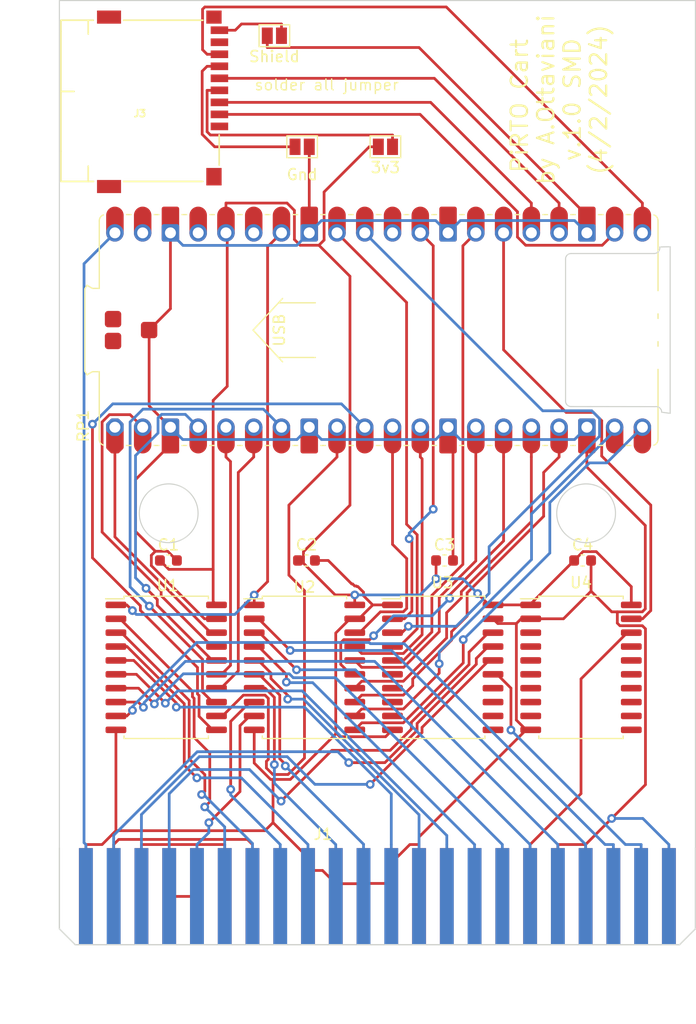
<source format=kicad_pcb>
(kicad_pcb (version 20221018) (generator pcbnew)
  (layers (0 "F.Cu" signal) (31 "B.Cu" signal) (34 "B.Paste" user) (35 "F.Paste" user) (36 "B.SilkS" user "B.Silkscreen") (37 "F.SilkS" user "F.Silkscreen") (38 "B.Mask" user) (39 "F.Mask" user) (44 "Edge.Cuts" user))
  (net 0 "")
  (net 1 "+5V")
  (net 2 "GND")
  (net 3 "~{msync'}")
  (net 4 "d7'")
  (net 6 "d8'")
  (net 7 "d6'")
  (net 8 "~{MSYNC}")
  (net 9 "d9'")
  (net 10 "d5'")
  (net 12 "d10'")
  (net 14 "d4'")
  (net 16 "d11'")
  (net 17 "d3'")
  (net 18 "d12'")
  (net 19 "d13'")
  (net 20 "d2'")
  (net 21 "d14'")
  (net 23 "d1'")
  (net 25 "d0'")
  (net 27 "d15'")
  (net 28 "Net-(J1-Pin_32)")
  (net 29 "bdir'")
  (net 30 "bc2'")
  (net 31 "bc1'")
  (net 32 "DIR")
  (net 33 "D7")
  (net 34 "D6")
  (net 35 "D5")
  (net 36 "D4")
  (net 37 "D3")
  (net 38 "D2")
  (net 39 "D1")
  (net 40 "D0")
  (net 41 "D15")
  (net 42 "Net-(J1-Pin_34)")
  (net 43 "D14")
  (net 44 "Net-(J1-Pin_36)")
  (net 45 "D13")
  (net 46 "D12")
  (net 47 "D11")
  (net 48 "D10")
  (net 49 "D9")
  (net 50 "D8")
  (net 51 "BDIR")
  (net 52 "BC1")
  (net 53 "BC2")
  (net 54 "+3.3V")
  (net 55 "rst'")
  (net 56 "RST")
  (net 65 "unconnected-(RP1-RUN-Pad30)")
  (net 66 "unconnected-(RP1-ADC_VREF-Pad35)")
  (net 67 "unconnected-(RP1-3v3_EN-Pad37)")
  (net 68 "unconnected-(RP1-VSYS-Pad39)")
  (net 71 "CS")
  (net 72 "SCK")
  (net 73 "MOSI")
  (net 74 "MISO")
  (net 91 "Net-(J3-VDD)")
  (net 92 "Net-(J3-VSS)")
  (net 93 "Net-(J3-SHIELD)")
  (footprint "Library:J_SD_Card-micro_socket_A" (layer "F.Cu") (at 96.52 114.3 90)
    (fp_text reference "J3")
    (fp_text value "Micro_SD_Card" hide)
  )
  (footprint "Jumper:SolderJumper-2_P1.3mm_Open_Pad1.0x1.5mm" (layer "F.Cu") (at 118.73 119.38)
    (fp_text reference "JP1")
    (fp_text value "3v3")
  )
  (footprint "Raspberry:Raspberry_Pi_PicoW_SMT_THT" (layer "F.Cu") (at 118.02 136.154 90)
    (fp_text reference "RP1")
    (fp_text value "PicoWModule" hide)
    (fp_line (start -7 25.39) (end -6.99 17.69) (stroke (width 0.1)) (layer "Edge.Cuts"))
    (fp_line (start -6.49 17.19) (end 6.51 17.19) (stroke (width 0.1)) (layer "Edge.Cuts"))
    (fp_line (start 7.01 17.69) (end 7.01 25.3) (stroke (width 0.1)) (layer "Edge.Cuts"))
    (fp_arc (start -7 25.39) (mid -7.116269 25.807922) (end -7.51 25.99) (stroke (width 0.1)) (layer "Edge.Cuts"))
    (fp_arc (start -6.99 17.69) (mid -6.843553 17.336447) (end -6.49 17.19) (stroke (width 0.1)) (layer "Edge.Cuts"))
    (fp_arc (start 6.51 17.19) (mid 6.863553 17.336447) (end 7.01 17.69) (stroke (width 0.1)) (layer "Edge.Cuts"))
    (fp_arc (start 7.61 25.81) (mid 7.192078 25.693732) (end 7.01 25.3) (stroke (width 0.1)) (layer "Edge.Cuts"))
  )
  (footprint "Capacitor_SMD:C_0603_1608Metric" (layer "F.Cu") (at 136.7693 157.226)
    (fp_text reference "C4")
    (fp_text value "0.1 uf" hide)
  )
  (footprint "Capacitor_SMD:C_0603_1608Metric" (layer "F.Cu") (at 111.506 157.226)
    (fp_text reference "C2")
    (fp_text value "0.1uf" hide)
  )
  (footprint "Jumper:SolderJumper-2_P1.3mm_Open_Pad1.0x1.5mm" (layer "F.Cu") (at 111.11 119.38 180)
    (fp_text reference "JP2")
    (fp_text value "Gnd")
  )
  (footprint "Capacitor_SMD:C_0603_1608Metric" (layer "F.Cu") (at 124.1376 157.226)
    (fp_text reference "C3")
    (fp_text value "0.1 uf" hide)
  )
  (footprint "Package_SO:SOP-20_7.5x12.8mm_P1.27mm" (layer "F.Cu") (at 123.974 167.005)
    (fp_text reference "U3")
    (fp_text value "74LVC245" hide)
  )
  (footprint "Package_SO:SOP-20_7.5x12.8mm_P1.27mm" (layer "F.Cu") (at 111.324 167.005)
    (fp_text reference "U2")
    (fp_text value "74LVC245" hide)
  )
  (footprint "Package_SO:SOP-20_7.5x12.8mm_P1.27mm" (layer "F.Cu") (at 98.674 167.005)
    (fp_text reference "U1")
    (fp_text value "74LVC245" hide)
  )
  (footprint "Capacitor_SMD:C_0603_1608Metric" (layer "F.Cu") (at 98.8743 157.226)
    (fp_text reference "C1")
    (fp_text value "0.1uf" hide)
  )
  (footprint "Package_SO:SOP-20_7.5x12.8mm_P1.27mm" (layer "F.Cu") (at 136.624 167.005)
    (fp_text reference "U4")
    (fp_text value "74LVC245" hide)
  )
  (footprint "Evan's misc parts:edge mounted 44 pin card edge connector (2x22 pin)" (layer "F.Cu") (at 88.9 183.54)
    (fp_text reference "J1")
    (fp_text value "2x22 card edge connector")
    (fp_line (start 0 7.39) (end 0 0) (stroke (width 0.12)) (layer "Edge.Cuts"))
    (fp_line (start 0 7.39) (end 1.45 8.84) (stroke (width 0.12)) (layer "Edge.Cuts"))
    (fp_line (start 56.7414 8.84) (end 1.45 8.84) (stroke (width 0.12)) (layer "Edge.Cuts"))
    (fp_line (start 58.1914 7.39) (end 56.7414 8.84) (stroke (width 0.12)) (layer "Edge.Cuts"))
    (fp_line (start 58.1914 7.39) (end 58.1914 0) (stroke (width 0.12)) (layer "Edge.Cuts"))
  )
  (footprint "Jumper:SolderJumper-2_P1.3mm_Open_Pad1.0x1.5mm" (layer "F.Cu") (at 108.57 109.22)
    (fp_text reference "JP3")
    (fp_text value "Shield")
  )
  (gr_line (start 147.0914 183.54) (end 147.0914 106) (stroke (width 0.1)) (layer "Edge.Cuts"))
  (gr_circle (center 98.9 152.908) (end 101.5883 152.908) (stroke (width 0.1)) (fill none) (layer "Edge.Cuts"))
  (gr_line (start 88.9 106) (end 88.9 183.54) (stroke (width 0.1)) (layer "Edge.Cuts"))
  (gr_line (start 144.78 128.524) (end 143.83 128.544) (stroke (width 0.1)) (layer "Edge.Cuts"))
  (gr_circle (center 137.0914 152.908) (end 139.7797 152.908) (stroke (width 0.1)) (fill none) (layer "Edge.Cuts"))
  (gr_line (start 144.78 143.764) (end 144.78 128.524) (stroke (width 0.1)) (layer "Edge.Cuts"))
  (gr_line (start 147.0914 106) (end 88.9 106) (stroke (width 0.1)) (layer "Edge.Cuts"))
  (gr_line (start 144.78 143.764) (end 144.01 143.664) (stroke (width 0.1)) (layer "Edge.Cuts"))
  (gr_text "solder all jumper" (at 106.68 114.3) (layer "F.SilkS") (effects (font (size 1 1) (thickness 0.125)) (justify left bottom)))
  (gr_text "PiRTO Cart \nby A.Ottaviani\nv.1.0 SMD\n(4/2/2024)" (at 134.62 115.062 90) (layer "F.SilkS") (effects (font (size 1.5 1.5) (thickness 0.2))))
  (segment (start 93.98 125.654) (end 93.98 127.254) (width 0.25) (layer "F.Cu") (net 1))
  (segment (start 91.1553 130.0787) (end 93.98 127.254) (width 0.25) (layer "B.Cu") (net 1))
  (segment (start 91.3257 183.2131) (end 91.1553 183.0427) (width 0.25) (layer "B.Cu") (net 1))
  (segment (start 91.3257 187.96) (end 91.3257 183.2131) (width 0.25) (layer "B.Cu") (net 1))
  (segment (start 91.1553 183.0427) (end 91.1553 130.0787) (width 0.25) (layer "B.Cu") (net 1))
  (segment (start 121.8057 182.519) (end 121.8057 183.2131) (width 0.25) (layer "F.Cu") (net 2))
  (segment (start 116.7228 160.1249) (end 116.2121 159.6142) (width 0.25) (layer "F.Cu") (net 2))
  (segment (start 115.924 162.56) (end 115.4872 162.56) (width 0.25) (layer "F.Cu") (net 2))
  (segment (start 113.4958 157.226) (end 112.281 157.226) (width 0.25) (layer "F.Cu") (net 2))
  (segment (start 94.074 181.947) (end 107.7049 181.947) (width 0.25) (layer "F.Cu") (net 2))
  (segment (start 108.4471 181.2048) (end 108.4471 177.2567) (width 0.25) (layer "F.Cu") (net 2))
  (segment (start 142.5053 154.0256) (end 142.5053 161.6528) (width 0.25) (layer "F.Cu") (net 2))
  (segment (start 117.5666 161.2967) (end 116.3033 162.56) (width 0.25) (layer "F.Cu") (net 2))
  (segment (start 115.4872 162.56) (end 114.1862 163.861) (width 0.25) (layer "F.Cu") (net 2))
  (segment (start 137.5443 160.0373) (end 137.5443 157.226) (width 0.25) (layer "F.Cu") (net 2))
  (segment (start 111.76 145.034) (end 111.76 146.634) (width 0.25) (layer "F.Cu") (net 2))
  (segment (start 97.3117 157.6996) (end 97.3117 156.752) (width 0.25) (layer "F.Cu") (net 2))
  (segment (start 108.2244 177.2567) (end 106.724 175.7563) (width 0.25) (layer "F.Cu") (net 2))
  (segment (start 131.6047 172.72) (end 130.7104 171.8257) (width 0.25) (layer "F.Cu") (net 2))
  (segment (start 124.46 125.654) (end 124.46 127.254) (width 0.25) (layer "F.Cu") (net 2))
  (segment (start 134.5057 183.2131) (end 137.0457 183.2131) (width 0.25) (layer "F.Cu") (net 2))
  (segment (start 92.8079 183.2131) (end 94.074 181.947) (width 0.25) (layer "F.Cu") (net 2))
  (segment (start 137.16 145.034) (end 137.16 146.634) (width 0.25) (layer "F.Cu") (net 2))
  (segment (start 135.0216 162.56) (end 137.5443 160.0373) (width 0.25) (layer "F.Cu") (net 2))
  (segment (start 140.1856 163.195) (end 139.9465 162.9559) (width 0.25) (layer "F.Cu") (net 2))
  (segment (start 108.4471 177.2567) (end 108.2244 177.2567) (width 0.25) (layer "F.Cu") (net 2))
  (segment (start 132.024 162.56) (end 135.0216 162.56) (width 0.25) (layer "F.Cu") (net 2))
  (segment (start 119.2657 187.96) (end 119.2657 186.7732) (width 0.25) (layer "F.Cu") (net 2))
  (segment (start 139.9465 162.9559) (end 139.9465 161.925) (width 0.25) (layer "F.Cu") (net 2))
  (segment (start 111.6457 187.96) (end 111.6457 185.5865) (width 0.25) (layer "F.Cu") (net 2))
  (segment (start 130.7104 162.9946) (end 129.0086 162.9946) (width 0.25) (layer "F.Cu") (net 2))
  (segment (start 121.8057 187.96) (end 121.8057 183.2131) (width 0.25) (layer "F.Cu") (net 2))
  (segment (start 114.1862 163.861) (end 114.1862 172.9719) (width 0.25) (layer "F.Cu") (net 2))
  (segment (start 114.5643 173.35) (end 118.744 173.35) (width 0.25) (layer "F.Cu") (net 2))
  (segment (start 102.1721 162.56) (end 97.3117 157.6996) (width 0.25) (layer "F.Cu") (net 2))
  (segment (start 98.8056 156.3823) (end 99.6493 157.226) (width 0.25) (layer "F.Cu") (net 2))
  (segment (start 124.46 145.034) (end 124.46 146.634) (width 0.25) (layer "F.Cu") (net 2))
  (segment (start 116.3033 162.56) (end 115.924 162.56) (width 0.25) (layer "F.Cu") (net 2))
  (segment (start 137.5443 160.0373) (end 139.432 161.925) (width 0.25) (layer "F.Cu") (net 2))
  (segment (start 119.2657 186.7732) (end 119.2657 185.5865) (width 0.25) (layer "F.Cu") (net 2))
  (segment (start 137.16 148.6803) (end 142.5053 154.0256) (width 0.25) (layer "F.Cu") (net 2))
  (segment (start 130.7104 171.8257) (end 130.7104 162.9946) (width 0.25) (layer "F.Cu") (net 2))
  (segment (start 129.0086 162.9946) (end 128.574 162.56) (width 0.25) (layer "F.Cu") (net 2))
  (segment (start 131.6047 172.72) (end 121.8057 182.519) (width 0.25) (layer "F.Cu") (net 2))
  (segment (start 111.6457 185.5865) (end 111.6457 184.4034) (width 0.25) (layer "F.Cu") (net 2))
  (segment (start 124.9126 157.226) (end 124.9126 147.0866) (width 0.25) (layer "F.Cu") (net 2))
  (segment (start 94.074 181.947) (end 94.074 172.72) (width 0.25) (layer "F.Cu") (net 2))
  (segment (start 137.16 146.634) (end 137.16 148.6803) (width 0.25) (layer "F.Cu") (net 2))
  (segment (start 114.1862 172.9719) (end 114.2485 173.0342) (width 0.25) (layer "F.Cu") (net 2))
  (segment (start 131.145 162.56) (end 132.024 162.56) (width 0.25) (layer "F.Cu") (net 2))
  (segment (start 116.7257 186.7732) (end 119.2657 186.7732) (width 0.25) (layer "F.Cu") (net 2))
  (segment (start 115.6429 159.3731) (end 113.4958 157.226) (width 0.25) (layer "F.Cu") (net 2))
  (segment (start 137.16 125.654) (end 137.16 127.254) (width 0.25) (layer "F.Cu") (net 2))
  (segment (start 111.76 125.654) (end 111.76 119.38) (width 0.25) (layer "F.Cu") (net 2))
  (segment (start 132.024 172.72) (end 131.6047 172.72) (width 0.25) (layer "F.Cu") (net 2))
  (segment (start 116.1273 159.6142) (end 116.074 159.5609) (width 0.25) (layer "F.Cu") (net 2))
  (segment (start 97.6814 156.3823) (end 98.8056 156.3823) (width 0.25) (layer "F.Cu") (net 2))
  (segment (start 114.2485 173.0342) (end 110.026 177.2567) (width 0.25) (layer "F.Cu") (net 2))
  (segment (start 116.2121 159.6142) (end 116.1273 159.6142) (width 0.25) (layer "F.Cu") (net 2))
  (segment (start 139.432 161.925) (end 139.9465 161.925) (width 0.25) (layer "F.Cu") (net 2))
  (segment (start 116.7228 160.453) (end 116.7228 160.1249) (width 0.25) (layer "F.Cu") (net 2))
  (segment (start 103.274 162.56) (end 102.1721 162.56) (width 0.25) (layer "F.Cu") (net 2))
  (segment (start 117.5666 161.2967) (end 116.7228 160.453) (width 0.25) (layer "F.Cu") (net 2))
  (segment (start 114.1857 187.96) (end 114.1857 186.7966) (width 0.25) (layer "F.Cu") (net 2))
  (segment (start 117.6998 161.29) (end 117.693 161.2968) (width 0.25) (layer "F.Cu") (net 2))
  (segment (start 137.16 125.654) (end 121.8029 110.2969) (width 0.25) (layer "F.Cu") (net 2))
  (segment (start 116.074 159.5609) (end 115.9169 159.5609) (width 0.25) (layer "F.Cu") (net 2))
  (segment (start 111.6457 184.4034) (end 108.4471 181.2048) (width 0.25) (layer "F.Cu") (net 2))
  (segment (start 106.724 175.7563) (end 106.724 172.72) (width 0.25) (layer "F.Cu") (net 2))
  (segment (start 116.7257 186.7966) (end 116.7257 186.7732) (width 0.25) (layer "F.Cu") (net 2))
  (segment (start 114.1857 186.7966) (end 116.7257 186.7966) (width 0.25) (layer "F.Cu") (net 2))
  (segment (start 121.8029 110.2969) (end 107.92 110.2969) (width 0.25) (layer "F.Cu") (net 2))
  (segment (start 99.06 134.194) (end 99.06 127.254) (width 0.25) (layer "F.Cu") (net 2))
  (segment (start 117.5666 161.2968) (end 117.5666 161.2967) (width 0.25) (layer "F.Cu") (net 2))
  (segment (start 134.5057 187.96) (end 134.5057 183.2131) (width 0.25) (layer "F.Cu") (net 2))
  (segment (start 97.3117 156.752) (end 97.6814 156.3823) (width 0.25) (layer "F.Cu") (net 2))
  (segment (start 99.06 125.654) (end 99.06 127.254) (width 0.25) (layer "F.Cu") (net 2))
  (segment (start 119.2657 185.5865) (end 119.2657 184.9114) (width 0.25) (layer "F.Cu") (net 2))
  (segment (start 142.521 163.48) (end 142.236 163.195) (width 0.25) (layer "F.Cu") (net 2))
  (segment (start 120.964 183.2131) (end 121.8057 183.2131) (width 0.25) (layer "F.Cu") (net 2))
  (segment (start 142.521 177.738) (end 142.521 163.48) (width 0.25) (layer "F.Cu") (net 2))
  (segment (start 117.693 161.2968) (end 117.5666 161.2968) (width 0.25) (layer "F.Cu") (net 2))
  (segment (start 139.4303 180.8285) (end 139.4305 180.8285) (width 0.25) (layer "F.Cu") (net 2))
  (segment (start 91.3257 183.2131) (end 92.8079 183.2131) (width 0.25) (layer "F.Cu") (net 2))
  (segment (start 115.7291 159.3731) (end 115.6429 159.3731) (width 0.25) (layer "F.Cu") (net 2))
  (segment (start 99.06 146.634) (end 99.06 145.034) (width 0.25) (layer "F.Cu") (net 2))
  (segment (start 119.374 161.29) (end 117.6998 161.29) (width 0.25) (layer "F.Cu") (net 2))
  (segment (start 111.6457 185.5865) (end 112.9756 185.5865) (width 0.25) (layer "F.Cu") (net 2))
  (segment (start 118.744 173.35) (end 119.374 172.72) (width 0.25) (layer "F.Cu") (net 2))
  (segment (start 91.3257 187.96) (end 91.3257 183.2131) (width 0.25) (layer "F.Cu") (net 2))
  (segment (start 119.2657 184.9114) (end 120.964 183.2131) (width 0.25) (layer "F.Cu") (net 2))
  (segment (start 116.7257 187.96) (end 116.7257 186.7966) (width 0.25) (layer "F.Cu") (net 2))
  (segment (start 112.9756 185.5865) (end 114.1857 186.7966) (width 0.25) (layer "F.Cu") (net 2))
  (segment (start 97.11 136.144) (end 99.06 134.194) (width 0.25) (layer "F.Cu") (net 2))
  (segment (start 114.2485 173.0342) (end 114.5643 173.35) (width 0.25) (layer "F.Cu") (net 2))
  (segment (start 142.5053 161.6528) (end 142.2331 161.925) (width 0.25) (layer "F.Cu") (net 2))
  (segment (start 124.9126 147.0866) (end 124.46 146.634) (width 0.25) (layer "F.Cu") (net 2))
  (segment (start 137.0457 183.2131) (end 139.4303 180.8285) (width 0.25) (layer "F.Cu") (net 2))
  (segment (start 142.2331 161.925) (end 139.9465 161.925) (width 0.25) (layer "F.Cu") (net 2))
  (segment (start 139.4305 180.8285) (end 142.521 177.738) (width 0.25) (layer "F.Cu") (net 2))
  (segment (start 95.8671 149.8269) (end 99.06 146.634) (width 0.25) (layer "F.Cu") (net 2))
  (segment (start 142.236 163.195) (end 140.1856 163.195) (width 0.25) (layer "F.Cu") (net 2))
  (segment (start 97.11 143.084) (end 97.11 136.144) (width 0.25) (layer "F.Cu") (net 2))
  (segment (start 115.9169 159.5609) (end 115.7291 159.3731) (width 0.25) (layer "F.Cu") (net 2))
  (segment (start 99.06 145.034) (end 97.11 143.084) (width 0.25) (layer "F.Cu") (net 2))
  (segment (start 130.7104 162.9946) (end 131.145 162.56) (width 0.25) (layer "F.Cu") (net 2))
  (segment (start 137.0457 187.96) (end 137.0457 183.2131) (width 0.25) (layer "F.Cu") (net 2))
  (segment (start 110.026 177.2567) (end 108.4471 177.2567) (width 0.25) (layer "F.Cu") (net 2))
  (segment (start 111.76 127.254) (end 111.76 125.654) (width 0.25) (layer "F.Cu") (net 2))
  (segment (start 97.6814 156.3823) (end 95.8671 154.568) (width 0.25) (layer "F.Cu") (net 2))
  (segment (start 107.7049 181.947) (end 108.4471 181.2048) (width 0.25) (layer "F.Cu") (net 2))
  (segment (start 107.92 109.22) (end 107.92 110.2969) (width 0.25) (layer "F.Cu") (net 2))
  (segment (start 95.8671 154.568) (end 95.8671 149.8269) (width 0.25) (layer "F.Cu") (net 2))
  (via (at 139.4305 180.8285) (size 0.8) (drill 0.4) (layers "F.Cu" "B.Cu") (net 2))
  (segment (start 110.6331 146.1609) (end 111.76 145.034) (width 0.25) (layer "B.Cu") (net 2))
  (segment (start 125.5869 146.1609) (end 124.46 145.034) (width 0.25) (layer "B.Cu") (net 2))
  (segment (start 136.0331 146.1609) (end 125.5869 146.1609) (width 0.25) (layer "B.Cu") (net 2))
  (segment (start 124.46 145.034) (end 123.3331 146.1609) (width 0.25) (layer "B.Cu") (net 2))
  (segment (start 136.0331 126.1271) (end 125.5869 126.1271) (width 0.25) (layer "B.Cu") (net 2))
  (segment (start 112.8869 146.1609) (end 111.76 145.034) (width 0.25) (layer "B.Cu") (net 2))
  (segment (start 142.2811 180.8285) (end 139.4305 180.8285) (width 0.25) (layer "B.Cu") (net 2))
  (segment (start 99.06 145.034) (end 100.1869 146.1609) (width 0.25) (layer "B.Cu") (net 2))
  (segment (start 112.8869 126.1271) (end 123.3331 126.1271) (width 0.25) (layer "B.Cu") (net 2))
  (segment (start 123.3331 126.1271) (end 124.46 127.254) (width 0.25) (layer "B.Cu") (net 2))
  (segment (start 123.3331 146.1609) (end 112.8869 146.1609) (width 0.25) (layer "B.Cu") (net 2))
  (segment (start 100.1869 146.1609) (end 110.6331 146.1609) (width 0.25) (layer "B.Cu") (net 2))
  (segment (start 110.6126 128.4014) (end 111.76 127.254) (width 0.25) (layer "B.Cu") (net 2))
  (segment (start 144.6657 183.2131) (end 142.2811 180.8285) (width 0.25) (layer "B.Cu") (net 2))
  (segment (start 99.06 127.254) (end 100.2074 128.4014) (width 0.25) (layer "B.Cu") (net 2))
  (segment (start 100.2074 128.4014) (end 110.6126 128.4014) (width 0.25) (layer "B.Cu") (net 2))
  (segment (start 144.6657 187.96) (end 144.6657 183.2131) (width 0.25) (layer "B.Cu") (net 2))
  (segment (start 137.16 145.034) (end 136.0331 146.1609) (width 0.25) (layer "B.Cu") (net 2))
  (segment (start 111.76 127.254) (end 112.8869 126.1271) (width 0.25) (layer "B.Cu") (net 2))
  (segment (start 137.16 127.254) (end 136.0331 126.1271) (width 0.25) (layer "B.Cu") (net 2))
  (segment (start 125.5869 126.1271) (end 124.46 127.254) (width 0.25) (layer "B.Cu") (net 2))
  (segment (start 130.2143 172.739) (end 130.2143 168.9067) (width 0.25) (layer "F.Cu") (net 3))
  (segment (start 128.9476 167.64) (end 128.574 167.64) (width 0.25) (layer "F.Cu") (net 3))
  (segment (start 130.2143 168.9067) (end 128.9476 167.64) (width 0.25) (layer "F.Cu") (net 3))
  (via (at 130.2143 172.739) (size 0.8) (drill 0.4) (layers "F.Cu" "B.Cu") (net 3))
  (segment (start 130.2143 172.739) (end 140.6884 183.2131) (width 0.25) (layer "B.Cu") (net 3))
  (segment (start 142.1257 187.96) (end 142.1257 183.2131) (width 0.25) (layer "B.Cu") (net 3))
  (segment (start 140.6884 183.2131) (end 142.1257 183.2131) (width 0.25) (layer "B.Cu") (net 3))
  (segment (start 95.0747 171.45) (end 95.5866 170.9381) (width 0.25) (layer "F.Cu") (net 4))
  (segment (start 94.074 171.45) (end 95.0747 171.45) (width 0.25) (layer "F.Cu") (net 4))
  (via (at 95.5866 170.9381) (size 0.8) (drill 0.4) (layers "F.Cu" "B.Cu") (net 4))
  (segment (start 138.8241 183.2131) (end 120.4501 164.8391) (width 0.25) (layer "B.Cu") (net 4))
  (segment (start 101.4547 164.729) (end 95.5866 170.5971) (width 0.25) (layer "B.Cu") (net 4))
  (segment (start 95.5866 170.5971) (end 95.5866 170.9381) (width 0.25) (layer "B.Cu") (net 4))
  (segment (start 117.2393 164.729) (end 101.4547 164.729) (width 0.25) (layer "B.Cu") (net 4))
  (segment (start 120.4501 164.8391) (end 117.3494 164.8391) (width 0.25) (layer "B.Cu") (net 4))
  (segment (start 139.5857 183.2131) (end 138.8241 183.2131) (width 0.25) (layer "B.Cu") (net 4))
  (segment (start 117.3494 164.8391) (end 117.2393 164.729) (width 0.25) (layer "B.Cu") (net 4))
  (segment (start 139.5857 187.96) (end 139.5857 183.2131) (width 0.25) (layer "B.Cu") (net 4))
  (segment (start 107.1179 162.56) (end 106.724 162.56) (width 0.25) (layer "F.Cu") (net 6))
  (segment (start 110.0138 165.4559) (end 107.1179 162.56) (width 0.25) (layer "F.Cu") (net 6))
  (via (at 110.0138 165.4559) (size 0.8) (drill 0.4) (layers "F.Cu" "B.Cu") (net 6))
  (segment (start 137.0457 183.2131) (end 119.2885 165.4559) (width 0.25) (layer "B.Cu") (net 6))
  (segment (start 119.2885 165.4559) (end 110.0138 165.4559) (width 0.25) (layer "B.Cu") (net 6))
  (segment (start 137.0457 187.96) (end 137.0457 183.2131) (width 0.25) (layer "B.Cu") (net 6))
  (segment (start 94.074 170.18) (end 96.1095 170.18) (width 0.25) (layer "F.Cu") (net 7))
  (segment (start 96.1095 170.18) (end 96.5886 170.6591) (width 0.25) (layer "F.Cu") (net 7))
  (via (at 96.5886 170.6591) (size 0.8) (drill 0.4) (layers "F.Cu" "B.Cu") (net 7))
  (segment (start 134.5057 187.96) (end 134.5057 183.2131) (width 0.25) (layer "B.Cu") (net 7))
  (segment (start 96.6631 170.5847) (end 96.6631 170.218) (width 0.25) (layer "B.Cu") (net 7))
  (segment (start 117.7476 166.455) (end 134.5057 183.2131) (width 0.25) (layer "B.Cu") (net 7))
  (segment (start 100.4261 166.455) (end 117.7476 166.455) (width 0.25) (layer "B.Cu") (net 7))
  (segment (start 96.6631 170.218) (end 100.4261 166.455) (width 0.25) (layer "B.Cu") (net 7))
  (segment (start 96.5886 170.6591) (end 96.663 170.5847) (width 0.25) (layer "B.Cu") (net 7))
  (segment (start 96.663 170.5847) (end 96.6631 170.5847) (width 0.25) (layer "B.Cu") (net 7))
  (segment (start 127 127.254) (end 127 125.654) (width 0.25) (layer "F.Cu") (net 8))
  (segment (start 120.381 166.37) (end 122.9791 163.7719) (width 0.25) (layer "F.Cu") (net 8))
  (segment (start 125.8171 157.5782) (end 125.8171 128.4369) (width 0.25) (layer "F.Cu") (net 8))
  (segment (start 119.374 166.37) (end 120.381 166.37) (width 0.25) (layer "F.Cu") (net 8))
  (segment (start 122.9791 160.4162) (end 125.8171 157.5782) (width 0.25) (layer "F.Cu") (net 8))
  (segment (start 125.8171 128.4369) (end 127 127.254) (width 0.25) (layer "F.Cu") (net 8))
  (segment (start 122.9791 163.7719) (end 122.9791 160.4162) (width 0.25) (layer "F.Cu") (net 8))
  (segment (start 107.2013 163.83) (end 110.5964 167.2251) (width 0.25) (layer "F.Cu") (net 9))
  (segment (start 106.724 163.83) (end 107.2013 163.83) (width 0.25) (layer "F.Cu") (net 9))
  (via (at 110.5964 167.2251) (size 0.8) (drill 0.4) (layers "F.Cu" "B.Cu") (net 9))
  (segment (start 115.9777 167.2251) (end 131.9657 183.2131) (width 0.25) (layer "B.Cu") (net 9))
  (segment (start 131.9657 187.96) (end 131.9657 183.2131) (width 0.25) (layer "B.Cu") (net 9))
  (segment (start 110.5964 167.2251) (end 115.9777 167.2251) (width 0.25) (layer "B.Cu") (net 9))
  (segment (start 94.074 168.91) (end 96.146 168.91) (width 0.25) (layer "F.Cu") (net 10))
  (segment (start 96.146 168.91) (end 97.5924 170.3564) (width 0.25) (layer "F.Cu") (net 10))
  (via (at 97.5924 170.3564) (size 0.8) (drill 0.4) (layers "F.Cu" "B.Cu") (net 10))
  (segment (start 114.1646 167.952) (end 110.2954 167.952) (width 0.25) (layer "B.Cu") (net 10))
  (segment (start 100.2427 167.5955) (end 97.5924 170.2458) (width 0.25) (layer "B.Cu") (net 10))
  (segment (start 129.4257 187.96) (end 129.4257 183.2131) (width 0.25) (layer "B.Cu") (net 10))
  (segment (start 109.9389 167.5955) (end 100.2427 167.5955) (width 0.25) (layer "B.Cu") (net 10))
  (segment (start 97.5924 170.2458) (end 97.5924 170.3564) (width 0.25) (layer "B.Cu") (net 10))
  (segment (start 129.4257 183.2131) (end 114.1646 167.952) (width 0.25) (layer "B.Cu") (net 10))
  (segment (start 110.2954 167.952) (end 109.9389 167.5955) (width 0.25) (layer "B.Cu") (net 10))
  (segment (start 109.6682 167.6503) (end 109.6682 168.3531) (width 0.25) (layer "F.Cu") (net 12))
  (segment (start 107.1179 165.1) (end 109.6682 167.6503) (width 0.25) (layer "F.Cu") (net 12))
  (segment (start 106.724 165.1) (end 107.1179 165.1) (width 0.25) (layer "F.Cu") (net 12))
  (via (at 109.6682 168.3531) (size 0.8) (drill 0.4) (layers "F.Cu" "B.Cu") (net 12))
  (segment (start 112.0765 168.4039) (end 126.8857 183.2131) (width 0.25) (layer "B.Cu") (net 12))
  (segment (start 126.8857 187.96) (end 126.8857 183.2131) (width 0.25) (layer "B.Cu") (net 12))
  (segment (start 109.719 168.4039) (end 112.0765 168.4039) (width 0.25) (layer "B.Cu") (net 12))
  (segment (start 109.6682 168.3531) (end 109.719 168.4039) (width 0.25) (layer "B.Cu") (net 12))
  (segment (start 94.074 167.64) (end 95.9478 167.64) (width 0.25) (layer "F.Cu") (net 14))
  (segment (start 95.9478 167.64) (end 98.5944 170.2866) (width 0.25) (layer "F.Cu") (net 14))
  (via (at 98.5944 170.2866) (size 0.8) (drill 0.4) (layers "F.Cu" "B.Cu") (net 14))
  (segment (start 124.3457 187.96) (end 124.3457 183.2131) (width 0.25) (layer "B.Cu") (net 14))
  (segment (start 124.3457 182.3873) (end 111.1173 169.1589) (width 0.25) (layer "B.Cu") (net 14))
  (segment (start 99.7221 169.1589) (end 98.5944 170.2866) (width 0.25) (layer "B.Cu") (net 14))
  (segment (start 111.1173 169.1589) (end 99.7221 169.1589) (width 0.25) (layer "B.Cu") (net 14))
  (segment (start 124.3457 183.2131) (end 124.3457 182.3873) (width 0.25) (layer "B.Cu") (net 14))
  (segment (start 107.0999 166.37) (end 106.724 166.37) (width 0.25) (layer "F.Cu") (net 16))
  (segment (start 109.7909 169.5625) (end 108.2558 168.0274) (width 0.25) (layer "F.Cu") (net 16))
  (segment (start 108.2558 167.5259) (end 107.0999 166.37) (width 0.25) (layer "F.Cu") (net 16))
  (segment (start 109.7909 169.9103) (end 109.7909 169.5625) (width 0.25) (layer "F.Cu") (net 16))
  (segment (start 108.2558 168.0274) (end 108.2558 167.5259) (width 0.25) (layer "F.Cu") (net 16))
  (via (at 109.7909 169.9103) (size 0.8) (drill 0.4) (layers "F.Cu" "B.Cu") (net 16))
  (segment (start 111.2296 169.9103) (end 109.7909 169.9103) (width 0.25) (layer "B.Cu") (net 16))
  (segment (start 121.8057 183.2131) (end 121.8057 180.4864) (width 0.25) (layer "B.Cu") (net 16))
  (segment (start 121.8057 180.4864) (end 111.2296 169.9103) (width 0.25) (layer "B.Cu") (net 16))
  (segment (start 121.8057 187.96) (end 121.8057 183.2131) (width 0.25) (layer "B.Cu") (net 16))
  (segment (start 94.074 166.37) (end 95.7058 166.37) (width 0.25) (layer "F.Cu") (net 17))
  (segment (start 95.7058 166.37) (end 99.5964 170.2606) (width 0.25) (layer "F.Cu") (net 17))
  (segment (start 99.5964 170.2606) (end 99.5964 170.6434) (width 0.25) (layer "F.Cu") (net 17))
  (via (at 99.5964 170.6434) (size 0.8) (drill 0.4) (layers "F.Cu" "B.Cu") (net 17))
  (segment (start 119.2657 187.96) (end 119.2657 183.2131) (width 0.25) (layer "B.Cu") (net 17))
  (segment (start 119.2657 183.2131) (end 119.2657 178.5855) (width 0.25) (layer "B.Cu") (net 17))
  (segment (start 119.2657 178.5855) (end 111.3236 170.6434) (width 0.25) (layer "B.Cu") (net 17))
  (segment (start 111.3236 170.6434) (end 99.5964 170.6434) (width 0.25) (layer "B.Cu") (net 17))
  (segment (start 109.064 175.3692) (end 109.064 169.5426) (width 0.25) (layer "F.Cu") (net 18))
  (segment (start 109.57 176.0259) (end 109.57 175.8752) (width 0.25) (layer "F.Cu") (net 18))
  (segment (start 107.1614 167.64) (end 106.724 167.64) (width 0.25) (layer "F.Cu") (net 18))
  (segment (start 109.57 175.8752) (end 109.064 175.3692) (width 0.25) (layer "F.Cu") (net 18))
  (segment (start 109.064 169.5426) (end 107.1614 167.64) (width 0.25) (layer "F.Cu") (net 18))
  (via (at 109.57 176.0259) (size 0.8) (drill 0.4) (layers "F.Cu" "B.Cu") (net 18))
  (segment (start 116.7257 183.1816) (end 109.57 176.0259) (width 0.25) (layer "B.Cu") (net 18))
  (segment (start 116.7257 187.96) (end 116.7257 183.2131) (width 0.25) (layer "B.Cu") (net 18))
  (segment (start 116.7257 183.2131) (end 116.7257 183.1816) (width 0.25) (layer "B.Cu") (net 18))
  (segment (start 108.5679 169.7524) (end 108.5679 175.9012) (width 0.25) (layer "F.Cu") (net 19))
  (segment (start 107.7255 168.91) (end 108.5679 169.7524) (width 0.25) (layer "F.Cu") (net 19))
  (segment (start 106.724 168.91) (end 107.7255 168.91) (width 0.25) (layer "F.Cu") (net 19))
  (segment (start 108.5679 175.9012) (end 108.568 175.9012) (width 0.25) (layer "F.Cu") (net 19))
  (via (at 108.568 175.9012) (size 0.8) (drill 0.4) (layers "F.Cu" "B.Cu") (net 19))
  (segment (start 114.1857 187.96) (end 114.1857 183.2131) (width 0.25) (layer "B.Cu") (net 19))
  (segment (start 114.1857 183.2131) (end 108.568 177.5954) (width 0.25) (layer "B.Cu") (net 19))
  (segment (start 108.568 177.5954) (end 108.568 175.9012) (width 0.25) (layer "B.Cu") (net 19))
  (segment (start 101.4806 177.1152) (end 100.3233 175.9579) (width 0.25) (layer "F.Cu") (net 20))
  (segment (start 100.3233 170.3337) (end 95.0896 165.1) (width 0.25) (layer "F.Cu") (net 20))
  (segment (start 95.0896 165.1) (end 94.074 165.1) (width 0.25) (layer "F.Cu") (net 20))
  (segment (start 100.3233 175.9579) (end 100.3233 170.3337) (width 0.25) (layer "F.Cu") (net 20))
  (via (at 101.4806 177.1152) (size 0.8) (drill 0.4) (layers "F.Cu" "B.Cu") (net 20))
  (segment (start 111.6457 187.96) (end 111.6457 183.2131) (width 0.25) (layer "B.Cu") (net 20))
  (segment (start 111.6457 183.2131) (end 105.5478 177.1152) (width 0.25) (layer "B.Cu") (net 20))
  (segment (start 105.5478 177.1152) (end 101.4806 177.1152) (width 0.25) (layer "B.Cu") (net 20))
  (segment (start 106.3442 170.18) (end 104.5721 171.9521) (width 0.25) (layer "F.Cu") (net 21))
  (segment (start 104.5721 171.9521) (end 104.5721 178.1669) (width 0.25) (layer "F.Cu") (net 21))
  (segment (start 106.724 170.18) (end 106.3442 170.18) (width 0.25) (layer "F.Cu") (net 21))
  (via (at 104.5721 178.1669) (size 0.8) (drill 0.4) (layers "F.Cu" "B.Cu") (net 21))
  (segment (start 104.5721 178.6795) (end 104.5721 178.1669) (width 0.25) (layer "B.Cu") (net 21))
  (segment (start 109.1057 187.96) (end 109.1057 183.2131) (width 0.25) (layer "B.Cu") (net 21))
  (segment (start 109.1057 183.2131) (end 104.5721 178.6795) (width 0.25) (layer "B.Cu") (net 21))
  (segment (start 102.2075 176.8141) (end 100.7752 175.3818) (width 0.25) (layer "F.Cu") (net 23))
  (segment (start 94.5706 163.83) (end 94.074 163.83) (width 0.25) (layer "F.Cu") (net 23))
  (segment (start 101.9158 178.638) (end 102.2075 178.3463) (width 0.25) (layer "F.Cu") (net 23))
  (segment (start 102.2075 178.3463) (end 102.2075 176.8141) (width 0.25) (layer "F.Cu") (net 23))
  (segment (start 100.7752 175.3818) (end 100.7752 170.0346) (width 0.25) (layer "F.Cu") (net 23))
  (segment (start 100.7752 170.0346) (end 94.5706 163.83) (width 0.25) (layer "F.Cu") (net 23))
  (via (at 101.9158 178.638) (size 0.8) (drill 0.4) (layers "F.Cu" "B.Cu") (net 23))
  (segment (start 101.9158 178.6381) (end 101.9158 178.638) (width 0.25) (layer "B.Cu") (net 23))
  (segment (start 102.0906 178.6381) (end 101.9158 178.6381) (width 0.25) (layer "B.Cu") (net 23))
  (segment (start 106.5657 183.1132) (end 102.0906 178.6381) (width 0.25) (layer "B.Cu") (net 23))
  (segment (start 106.5657 183.2131) (end 106.5657 183.1132) (width 0.25) (layer "B.Cu") (net 23))
  (segment (start 106.5657 187.96) (end 106.5657 183.2131) (width 0.25) (layer "B.Cu") (net 23))
  (segment (start 102.6594 174.8491) (end 101.2271 173.4168) (width 0.25) (layer "F.Cu") (net 25))
  (segment (start 101.2271 169.8474) (end 101.0757 169.696) (width 0.25) (layer "F.Cu") (net 25))
  (segment (start 101.0757 169.1909) (end 94.4448 162.56) (width 0.25) (layer "F.Cu") (net 25))
  (segment (start 94.4448 162.56) (end 94.074 162.56) (width 0.25) (layer "F.Cu") (net 25))
  (segment (start 102.6594 179.3115) (end 102.6594 174.8491) (width 0.25) (layer "F.Cu") (net 25))
  (segment (start 101.0757 169.696) (end 101.0757 169.1909) (width 0.25) (layer "F.Cu") (net 25))
  (segment (start 101.2271 173.4168) (end 101.2271 169.8474) (width 0.25) (layer "F.Cu") (net 25))
  (segment (start 102.1976 179.7733) (end 102.6594 179.3115) (width 0.25) (layer "F.Cu") (net 25))
  (via (at 102.1976 179.7733) (size 0.8) (drill 0.4) (layers "F.Cu" "B.Cu") (net 25))
  (segment (start 104.0257 187.96) (end 104.0257 183.2131) (width 0.25) (layer "B.Cu") (net 25))
  (segment (start 104.0257 183.2131) (end 104.0257 181.6014) (width 0.25) (layer "B.Cu") (net 25))
  (segment (start 104.0257 181.6014) (end 102.1976 179.7733) (width 0.25) (layer "B.Cu") (net 25))
  (segment (start 105.4248 178.3667) (end 102.5755 181.216) (width 0.25) (layer "F.Cu") (net 27))
  (segment (start 106.724 171.45) (end 106.3145 171.45) (width 0.25) (layer "F.Cu") (net 27))
  (segment (start 105.4248 172.3397) (end 105.4248 178.3667) (width 0.25) (layer "F.Cu") (net 27))
  (segment (start 106.3145 171.45) (end 105.4248 172.3397) (width 0.25) (layer "F.Cu") (net 27))
  (via (at 102.5755 181.216) (size 0.8) (drill 0.4) (layers "F.Cu" "B.Cu") (net 27))
  (segment (start 101.4857 183.2131) (end 102.5755 182.1233) (width 0.25) (layer "B.Cu") (net 27))
  (segment (start 102.5755 182.1233) (end 102.5755 181.216) (width 0.25) (layer "B.Cu") (net 27))
  (segment (start 101.4857 187.96) (end 101.4857 183.2131) (width 0.25) (layer "B.Cu") (net 27))
  (segment (start 93.8657 187.96) (end 93.8657 183.2131) (width 0.25) (layer "F.Cu") (net 28))
  (segment (start 94.3332 182.7456) (end 106.0982 182.7456) (width 0.25) (layer "F.Cu") (net 28))
  (segment (start 106.0982 182.7456) (end 106.5657 183.2131) (width 0.25) (layer "F.Cu") (net 28))
  (segment (start 93.8657 183.2131) (end 94.3332 182.7456) (width 0.25) (layer "F.Cu") (net 28))
  (segment (start 106.5657 187.96) (end 106.5657 183.2131) (width 0.25) (layer "F.Cu") (net 28))
  (segment (start 119.1676 174.5959) (end 113.8325 174.5959) (width 0.25) (layer "F.Cu") (net 29))
  (segment (start 126.3813 165.609) (end 126.3813 166.7416) (width 0.25) (layer "F.Cu") (net 29))
  (segment (start 113.8325 174.5959) (end 109.1839 179.2445) (width 0.25) (layer "F.Cu") (net 29))
  (segment (start 121.1019 172.021) (end 121.1019 172.6616) (width 0.25) (layer "F.Cu") (net 29))
  (segment (start 126.3813 166.7416) (end 121.1019 172.021) (width 0.25) (layer "F.Cu") (net 29))
  (segment (start 128.1603 163.83) (end 126.3813 165.609) (width 0.25) (layer "F.Cu") (net 29))
  (segment (start 128.574 163.83) (end 128.1603 163.83) (width 0.25) (layer "F.Cu") (net 29))
  (segment (start 121.1019 172.6616) (end 119.1676 174.5959) (width 0.25) (layer "F.Cu") (net 29))
  (via (at 109.1839 179.2445) (size 0.8) (drill 0.4) (layers "F.Cu" "B.Cu") (net 29))
  (segment (start 98.9457 178.5686) (end 101.1598 176.3545) (width 0.25) (layer "B.Cu") (net 29))
  (segment (start 106.2939 176.3545) (end 109.1839 179.2445) (width 0.25) (layer "B.Cu") (net 29))
  (segment (start 98.9457 183.2131) (end 98.9457 178.5686) (width 0.25) (layer "B.Cu") (net 29))
  (segment (start 98.9457 187.96) (end 98.9457 183.2131) (width 0.25) (layer "B.Cu") (net 29))
  (segment (start 101.1598 176.3545) (end 106.2939 176.3545) (width 0.25) (layer "B.Cu") (net 29))
  (segment (start 117.3345 177.7072) (end 122.078 172.9637) (width 0.25) (layer "F.Cu") (net 30))
  (segment (start 122.078 172.9637) (end 122.078 172.5008) (width 0.25) (layer "F.Cu") (net 30))
  (segment (start 128.2088 166.37) (end 128.574 166.37) (width 0.25) (layer "F.Cu") (net 30))
  (segment (start 122.078 172.5008) (end 128.2088 166.37) (width 0.25) (layer "F.Cu") (net 30))
  (via (at 117.3345 177.7072) (size 0.8) (drill 0.4) (layers "F.Cu" "B.Cu") (net 30))
  (segment (start 101.7009 175.1743) (end 96.4057 180.4695) (width 0.25) (layer "B.Cu") (net 30))
  (segment (start 112.2793 177.7072) (end 109.7464 175.1743) (width 0.25) (layer "B.Cu") (net 30))
  (segment (start 96.4057 180.4695) (end 96.4057 187.96) (width 0.25) (layer "B.Cu") (net 30))
  (segment (start 117.3345 177.7072) (end 112.2793 177.7072) (width 0.25) (layer "B.Cu") (net 30))
  (segment (start 109.7464 175.1743) (end 101.7009 175.1743) (width 0.25) (layer "B.Cu") (net 30))
  (segment (start 128.131 165.1) (end 128.574 165.1) (width 0.25) (layer "F.Cu") (net 31))
  (segment (start 121.6261 172.7765) (end 121.6261 172.1375) (width 0.25) (layer "F.Cu") (net 31))
  (segment (start 127.044 166.187) (end 128.131 165.1) (width 0.25) (layer "F.Cu") (net 31))
  (segment (start 127.044 166.7196) (end 127.044 166.187) (width 0.25) (layer "F.Cu") (net 31))
  (segment (start 118.6798 175.7228) (end 121.6261 172.7765) (width 0.25) (layer "F.Cu") (net 31))
  (segment (start 121.6261 172.1375) (end 127.044 166.7196) (width 0.25) (layer "F.Cu") (net 31))
  (segment (start 115.375 175.7228) (end 118.6798 175.7228) (width 0.25) (layer "F.Cu") (net 31))
  (via (at 115.375 175.7228) (size 0.8) (drill 0.4) (layers "F.Cu" "B.Cu") (net 31))
  (segment (start 115.375 175.7228) (end 114.3746 174.7224) (width 0.25) (layer "B.Cu") (net 31))
  (segment (start 93.8657 182.3704) (end 93.8657 187.96) (width 0.25) (layer "B.Cu") (net 31))
  (segment (start 114.3746 174.7224) (end 101.5137 174.7224) (width 0.25) (layer "B.Cu") (net 31))
  (segment (start 101.5137 174.7224) (end 93.8657 182.3704) (width 0.25) (layer "B.Cu") (net 31))
  (segment (start 94.074 161.29) (end 95.0632 161.29) (width 0.25) (layer "F.Cu") (net 32))
  (segment (start 107.95 128.524) (end 109.22 127.254) (width 0.25) (layer "F.Cu") (net 32))
  (segment (start 109.22 127.254) (end 109.22 125.654) (width 0.25) (layer "F.Cu") (net 32))
  (segment (start 106.724 161.29) (end 106.724 160.3865) (width 0.25) (layer "F.Cu") (net 32))
  (segment (start 95.0632 161.29) (end 95.5826 161.8094) (width 0.25) (layer "F.Cu") (net 32))
  (segment (start 106.724 160.3865) (end 107.95 159.1605) (width 0.25) (layer "F.Cu") (net 32))
  (segment (start 107.95 159.1605) (end 107.95 128.524) (width 0.25) (layer "F.Cu") (net 32))
  (via (at 106.724 160.3865) (size 0.8) (drill 0.4) (layers "F.Cu" "B.Cu") (net 32))
  (via (at 95.5826 161.8094) (size 0.8) (drill 0.4) (layers "F.Cu" "B.Cu") (net 32))
  (segment (start 104.9446 162.1659) (end 106.724 160.3865) (width 0.25) (layer "B.Cu") (net 32))
  (segment (start 95.9391 162.1659) (end 104.9446 162.1659) (width 0.25) (layer "B.Cu") (net 32))
  (segment (start 95.5826 161.8094) (end 95.9391 162.1659) (width 0.25) (layer "B.Cu") (net 32))
  (segment (start 101.679 169.5812) (end 101.679 171.4895) (width 0.25) (layer "F.Cu") (net 33))
  (segment (start 91.9249 156.9824) (end 96.3096 161.3671) (width 0.25) (layer "F.Cu") (net 33))
  (segment (start 116.84 145.034) (end 116.84 146.634) (width 0.25) (layer "F.Cu") (net 33))
  (segment (start 101.5361 167.0174) (end 101.5361 169.4383) (width 0.25) (layer "F.Cu") (net 33))
  (segment (start 96.3096 161.7909) (end 101.5361 167.0174) (width 0.25) (layer "F.Cu") (net 33))
  (segment (start 96.3096 161.3671) (end 96.3096 161.7909) (width 0.25) (layer "F.Cu") (net 33))
  (segment (start 91.9249 144.7557) (end 91.9249 156.9824) (width 0.25) (layer "F.Cu") (net 33))
  (segment (start 102.9095 172.72) (end 103.274 172.72) (width 0.25) (layer "F.Cu") (net 33))
  (segment (start 101.5361 169.4383) (end 101.679 169.5812) (width 0.25) (layer "F.Cu") (net 33))
  (segment (start 101.679 171.4895) (end 102.9095 172.72) (width 0.25) (layer "F.Cu") (net 33))
  (via (at 91.9249 144.7557) (size 0.8) (drill 0.4) (layers "F.Cu" "B.Cu") (net 33))
  (segment (start 116.84 145.034) (end 114.706 142.9) (width 0.25) (layer "B.Cu") (net 33))
  (segment (start 93.7806 142.9) (end 91.9249 144.7557) (width 0.25) (layer "B.Cu") (net 33))
  (segment (start 114.706 142.9) (end 93.7806 142.9) (width 0.25) (layer "B.Cu") (net 33))
  (segment (start 108.0158 175.4255) (end 108.0158 169.844) (width 0.25) (layer "F.Cu") (net 34))
  (segment (start 108.4331 176.8048) (end 107.8401 176.2118) (width 0.25) (layer "F.Cu") (net 34))
  (segment (start 111.3233 159.9913) (end 111.3233 175.3006) (width 0.25) (layer "F.Cu") (net 34))
  (segment (start 109.8995 152.1614) (end 109.8995 158.5675) (width 0.25) (layer "F.Cu") (net 34))
  (segment (start 103.8287 171.45) (end 103.274 171.45) (width 0.25) (layer "F.Cu") (net 34))
  (segment (start 109.8191 176.8048) (end 108.4331 176.8048) (width 0.25) (layer "F.Cu") (net 34))
  (segment (start 109.8995 158.5675) (end 111.3233 159.9913) (width 0.25) (layer "F.Cu") (net 34))
  (segment (start 105.7337 169.545) (end 103.8287 171.45) (width 0.25) (layer "F.Cu") (net 34))
  (segment (start 108.0158 169.844) (end 107.7168 169.545) (width 0.25) (layer "F.Cu") (net 34))
  (segment (start 107.7168 169.545) (end 105.7337 169.545) (width 0.25) (layer "F.Cu") (net 34))
  (segment (start 107.8401 176.2118) (end 107.8401 175.6012) (width 0.25) (layer "F.Cu") (net 34))
  (segment (start 107.8401 175.6012) (end 108.0158 175.4255) (width 0.25) (layer "F.Cu") (net 34))
  (segment (start 114.3 147.7609) (end 109.8995 152.1614) (width 0.25) (layer "F.Cu") (net 34))
  (segment (start 114.3 146.634) (end 114.3 147.7609) (width 0.25) (layer "F.Cu") (net 34))
  (segment (start 111.3233 175.3006) (end 109.8191 176.8048) (width 0.25) (layer "F.Cu") (net 34))
  (segment (start 114.3 145.034) (end 114.3 146.634) (width 0.25) (layer "F.Cu") (net 34))
  (segment (start 103.274 170.18) (end 102.9187 170.18) (width 0.25) (layer "F.Cu") (net 35))
  (segment (start 101.9923 166.2649) (end 97.1269 161.3995) (width 0.25) (layer "F.Cu") (net 35))
  (segment (start 102.9187 170.18) (end 101.9923 169.2536) (width 0.25) (layer "F.Cu") (net 35))
  (segment (start 109.22 145.034) (end 109.22 146.634) (width 0.25) (layer "F.Cu") (net 35))
  (segment (start 101.9923 169.2536) (end 101.9923 166.2649) (width 0.25) (layer "F.Cu") (net 35))
  (via (at 97.1269 161.3995) (size 0.8) (drill 0.4) (layers "F.Cu" "B.Cu") (net 35))
  (segment (start 95.3703 144.5586) (end 95.3703 159.6429) (width 0.25) (layer "B.Cu") (net 35))
  (segment (start 107.567 143.381) (end 96.5479 143.381) (width 0.25) (layer "B.Cu") (net 35))
  (segment (start 95.3703 159.6429) (end 97.1269 161.3995) (width 0.25) (layer "B.Cu") (net 35))
  (segment (start 109.22 145.034) (end 107.567 143.381) (width 0.25) (layer "B.Cu") (net 35))
  (segment (start 96.5479 143.381) (end 95.3703 144.5586) (width 0.25) (layer "B.Cu") (net 35))
  (segment (start 106.68 145.034) (end 106.68 146.634) (width 0.25) (layer "F.Cu") (net 36))
  (segment (start 103.274 168.91) (end 103.6868 168.91) (width 0.25) (layer "F.Cu") (net 36))
  (segment (start 105.2682 149.1727) (end 106.68 147.7609) (width 0.25) (layer "F.Cu") (net 36))
  (segment (start 105.2682 167.3286) (end 105.2682 149.1727) (width 0.25) (layer "F.Cu") (net 36))
  (segment (start 103.6868 168.91) (end 105.2682 167.3286) (width 0.25) (layer "F.Cu") (net 36))
  (segment (start 106.68 146.634) (end 106.68 147.7609) (width 0.25) (layer "F.Cu") (net 36))
  (segment (start 104.557 166.8194) (end 104.557 148.1779) (width 0.25) (layer "F.Cu") (net 37))
  (segment (start 104.557 148.1779) (end 104.14 147.7609) (width 0.25) (layer "F.Cu") (net 37))
  (segment (start 104.14 146.634) (end 104.14 147.7609) (width 0.25) (layer "F.Cu") (net 37))
  (segment (start 103.7364 167.64) (end 104.557 166.8194) (width 0.25) (layer "F.Cu") (net 37))
  (segment (start 104.14 145.034) (end 104.14 146.634) (width 0.25) (layer "F.Cu") (net 37))
  (segment (start 103.274 167.64) (end 103.7364 167.64) (width 0.25) (layer "F.Cu") (net 37))
  (segment (start 97.8572 160.8009) (end 96.8278 159.7715) (width 0.25) (layer "F.Cu") (net 38))
  (segment (start 97.8572 161.3342) (end 97.8572 160.8009) (width 0.25) (layer "F.Cu") (net 38))
  (segment (start 103.274 166.37) (end 102.893 166.37) (width 0.25) (layer "F.Cu") (net 38))
  (segment (start 101.6 145.034) (end 101.6 146.634) (width 0.25) (layer "F.Cu") (net 38))
  (segment (start 102.893 166.37) (end 97.8572 161.3342) (width 0.25) (layer "F.Cu") (net 38))
  (via (at 96.8278 159.7715) (size 0.8) (drill 0.4) (layers "F.Cu" "B.Cu") (net 38))
  (segment (start 97.9248 144.1903) (end 97.9248 145.5708) (width 0.25) (layer "B.Cu") (net 38))
  (segment (start 100.4265 143.8605) (end 98.2546 143.8605) (width 0.25) (layer "B.Cu") (net 38))
  (segment (start 95.8656 147.63) (end 95.8656 158.8093) (width 0.25) (layer "B.Cu") (net 38))
  (segment (start 101.6 145.034) (end 100.4265 143.8605) (width 0.25) (layer "B.Cu") (net 38))
  (segment (start 98.2546 143.8605) (end 97.9248 144.1903) (width 0.25) (layer "B.Cu") (net 38))
  (segment (start 97.9248 145.5708) (end 95.8656 147.63) (width 0.25) (layer "B.Cu") (net 38))
  (segment (start 95.8656 158.8093) (end 96.8278 159.7715) (width 0.25) (layer "B.Cu") (net 38))
  (segment (start 95.3716 143.8856) (end 96.52 145.034) (width 0.25) (layer "F.Cu") (net 39))
  (segment (start 98.2078 160.0269) (end 92.8088 154.6279) (width 0.25) (layer "F.Cu") (net 39))
  (segment (start 96.52 145.034) (end 96.52 146.634) (width 0.25) (layer "F.Cu") (net 39))
  (segment (start 102.866 165.1) (end 98.2078 160.4418) (width 0.25) (layer "F.Cu") (net 39))
  (segment (start 103.274 165.1) (end 102.866 165.1) (width 0.25) (layer "F.Cu") (net 39))
  (segment (start 92.8088 154.6279) (end 92.8088 144.5552) (width 0.25) (layer "F.Cu") (net 39))
  (segment (start 98.2078 160.4418) (end 98.2078 160.0269) (width 0.25) (layer "F.Cu") (net 39))
  (segment (start 93.4784 143.8856) (end 95.3716 143.8856) (width 0.25) (layer "F.Cu") (net 39))
  (segment (start 92.8088 144.5552) (end 93.4784 143.8856) (width 0.25) (layer "F.Cu") (net 39))
  (segment (start 103.274 163.83) (end 102.7442 163.83) (width 0.25) (layer "F.Cu") (net 40))
  (segment (start 93.98 155.0658) (end 93.98 146.634) (width 0.25) (layer "F.Cu") (net 40))
  (segment (start 93.98 146.634) (end 93.98 145.034) (width 0.25) (layer "F.Cu") (net 40))
  (segment (start 102.7442 163.83) (end 93.98 155.0658) (width 0.25) (layer "F.Cu") (net 40))
  (segment (start 115.924 172.72) (end 116.5665 172.0775) (width 0.25) (layer "F.Cu") (net 41))
  (segment (start 120.3718 172.0775) (end 125.8497 166.5996) (width 0.25) (layer "F.Cu") (net 41))
  (segment (start 142.24 145.034) (end 142.24 146.634) (width 0.25) (layer "F.Cu") (net 41))
  (segment (start 125.8497 166.5996) (end 125.8497 164.4678) (width 0.25) (layer "F.Cu") (net 41))
  (segment (start 116.5665 172.0775) (end 120.3718 172.0775) (width 0.25) (layer "F.Cu") (net 41))
  (via (at 125.8497 164.4678) (size 0.8) (drill 0.4) (layers "F.Cu" "B.Cu") (net 41))
  (segment (start 137.4031 148.2985) (end 133.7722 151.9294) (width 0.25) (layer "B.Cu") (net 41))
  (segment (start 138.9755 148.2985) (end 137.4031 148.2985) (width 0.25) (layer "B.Cu") (net 41))
  (segment (start 133.7722 156.5453) (end 125.8497 164.4678) (width 0.25) (layer "B.Cu") (net 41))
  (segment (start 142.24 145.034) (end 138.9755 148.2985) (width 0.25) (layer "B.Cu") (net 41))
  (segment (start 133.7722 151.9294) (end 133.7722 156.5453) (width 0.25) (layer "B.Cu") (net 41))
  (segment (start 96.4057 187.96) (end 96.4057 183.2131) (width 0.25) (layer "F.Cu") (net 42))
  (segment (start 96.4057 183.2131) (end 104.0257 183.2131) (width 0.25) (layer "F.Cu") (net 42))
  (segment (start 104.0257 187.96) (end 104.0257 183.2131) (width 0.25) (layer "F.Cu") (net 42))
  (segment (start 123.6491 167.539) (end 123.6491 166.6745) (width 0.25) (layer "F.Cu") (net 43))
  (segment (start 116.559 170.815) (end 120.3731 170.815) (width 0.25) (layer "F.Cu") (net 43))
  (segment (start 120.3731 170.815) (end 123.6491 167.539) (width 0.25) (layer "F.Cu") (net 43))
  (segment (start 139.7 145.034) (end 139.7 146.634) (width 0.25) (layer "F.Cu") (net 43))
  (segment (start 115.924 171.45) (end 116.559 170.815) (width 0.25) (layer "F.Cu") (net 43))
  (via (at 123.6491 166.6745) (size 0.8) (drill 0.4) (layers "F.Cu" "B.Cu") (net 43))
  (segment (start 139.7 145.3625) (end 139.7 145.034) (width 0.25) (layer "B.Cu") (net 43))
  (segment (start 132.0961 152.9664) (end 139.7 145.3625) (width 0.25) (layer "B.Cu") (net 43))
  (segment (start 132.0961 157.1392) (end 132.0961 152.9664) (width 0.25) (layer "B.Cu") (net 43))
  (segment (start 123.6491 166.6745) (end 123.6491 165.5862) (width 0.25) (layer "B.Cu") (net 43))
  (segment (start 123.6491 165.5862) (end 132.0961 157.1392) (width 0.25) (layer "B.Cu") (net 43))
  (segment (start 98.9457 187.96) (end 101.4857 187.96) (width 0.25) (layer "F.Cu") (net 44))
  (segment (start 126.2025 162.3207) (end 126.2025 160.1871) (width 0.25) (layer "F.Cu") (net 45))
  (segment (start 121.2267 168.065) (end 124.7808 164.5109) (width 0.25) (layer "F.Cu") (net 45))
  (segment (start 134.62 145.034) (end 134.62 146.634) (width 0.25) (layer "F.Cu") (net 45))
  (segment (start 134.62 146.634) (end 134.62 147.7609) (width 0.25) (layer "F.Cu") (net 45))
  (segment (start 115.924 170.18) (end 116.559 169.545) (width 0.25) (layer "F.Cu") (net 45))
  (segment (start 116.559 169.545) (end 120.3667 169.545) (width 0.25) (layer "F.Cu") (net 45))
  (segment (start 126.2025 160.1871) (end 133.2054 153.1842) (width 0.25) (layer "F.Cu") (net 45))
  (segment (start 133.2054 153.1842) (end 133.2054 149.1755) (width 0.25) (layer "F.Cu") (net 45))
  (segment (start 124.7808 164.5109) (end 124.7808 163.7424) (width 0.25) (layer "F.Cu") (net 45))
  (segment (start 133.2054 149.1755) (end 134.62 147.7609) (width 0.25) (layer "F.Cu") (net 45))
  (segment (start 124.7808 163.7424) (end 126.2025 162.3207) (width 0.25) (layer "F.Cu") (net 45))
  (segment (start 121.2267 168.685) (end 121.2267 168.065) (width 0.25) (layer "F.Cu") (net 45))
  (segment (start 120.3667 169.545) (end 121.2267 168.685) (width 0.25) (layer "F.Cu") (net 45))
  (segment (start 125.6723 160.0781) (end 125.6723 160.6605) (width 0.25) (layer "F.Cu") (net 46))
  (segment (start 132.08 145.034) (end 132.08 146.634) (width 0.25) (layer "F.Cu") (net 46))
  (segment (start 120.3685 168.275) (end 116.559 168.275) (width 0.25) (layer "F.Cu") (net 46))
  (segment (start 124.3289 162.0039) (end 124.3289 164.3146) (width 0.25) (layer "F.Cu") (net 46))
  (segment (start 132.08 146.634) (end 132.08 147.7609) (width 0.25) (layer "F.Cu") (net 46))
  (segment (start 132.08 147.7609) (end 132.08 153.6704) (width 0.25) (layer "F.Cu") (net 46))
  (segment (start 116.559 168.275) (end 115.924 168.91) (width 0.25) (layer "F.Cu") (net 46))
  (segment (start 125.6723 160.6605) (end 124.3289 162.0039) (width 0.25) (layer "F.Cu") (net 46))
  (segment (start 132.08 153.6704) (end 125.6723 160.0781) (width 0.25) (layer "F.Cu") (net 46))
  (segment (start 124.3289 164.3146) (end 120.3685 168.275) (width 0.25) (layer "F.Cu") (net 46))
  (segment (start 114.644 164.7461) (end 114.9176 164.4725) (width 0.25) (layer "F.Cu") (net 47))
  (segment (start 129.54 146.634) (end 129.54 147.7609) (width 0.25) (layer "F.Cu") (net 47))
  (segment (start 129.54 147.7609) (end 129.54 155.4385) (width 0.25) (layer "F.Cu") (net 47))
  (segment (start 114.644 166.7324) (end 114.644 164.7461) (width 0.25) (layer "F.Cu") (net 47))
  (segment (start 129.54 155.4385) (end 124.6052 160.3733) (width 0.25) (layer "F.Cu") (net 47))
  (segment (start 115.924 167.64) (end 115.5516 167.64) (width 0.25) (layer "F.Cu") (net 47))
  (segment (start 114.9176 164.4725) (end 117.2873 164.4725) (width 0.25) (layer "F.Cu") (net 47))
  (segment (start 117.2873 164.4725) (end 117.649 164.1108) (width 0.25) (layer "F.Cu") (net 47))
  (segment (start 115.5516 167.64) (end 114.644 166.7324) (width 0.25) (layer "F.Cu") (net 47))
  (segment (start 124.6052 160.3733) (end 124.6052 160.688) (width 0.25) (layer "F.Cu") (net 47))
  (segment (start 129.54 145.034) (end 129.54 146.634) (width 0.25) (layer "F.Cu") (net 47))
  (via (at 117.649 164.1108) (size 0.8) (drill 0.4) (layers "F.Cu" "B.Cu") (net 47))
  (via (at 124.6052 160.688) (size 0.8) (drill 0.4) (layers "F.Cu" "B.Cu") (net 47))
  (segment (start 117.649 164.1108) (end 119.4736 162.2862) (width 0.25) (layer "B.Cu") (net 47))
  (segment (start 119.4736 162.2862) (end 123.007 162.2862) (width 0.25) (layer "B.Cu") (net 47))
  (segment (start 123.007 162.2862) (end 124.6052 160.688) (width 0.25) (layer "B.Cu") (net 47))
  (segment (start 115.924 166.37) (end 116.5546 167.0006) (width 0.25) (layer "F.Cu") (net 48))
  (segment (start 120.4003 167.0006) (end 123.6561 163.7448) (width 0.25) (layer "F.Cu") (net 48))
  (segment (start 127 146.634) (end 127 147.7609) (width 0.25) (layer "F.Cu") (net 48))
  (segment (start 116.5546 167.0006) (end 120.4003 167.0006) (width 0.25) (layer "F.Cu") (net 48))
  (segment (start 123.6561 163.7448) (end 123.6561 160.6092) (width 0.25) (layer "F.Cu") (net 48))
  (segment (start 127 145.034) (end 127 146.634) (width 0.25) (layer "F.Cu") (net 48))
  (segment (start 123.6561 160.6092) (end 127 157.2653) (width 0.25) (layer "F.Cu") (net 48))
  (segment (start 127 157.2653) (end 127 147.7609) (width 0.25) (layer "F.Cu") (net 48))
  (segment (start 121.92 145.034) (end 121.92 146.634) (width 0.25) (layer "F.Cu") (net 49))
  (segment (start 121.92 146.634) (end 121.92 147.7609) (width 0.25) (layer "F.Cu") (net 49))
  (segment (start 122.0858 164.0154) (end 120.3662 165.735) (width 0.25) (layer "F.Cu") (net 49))
  (segment (start 120.3662 165.735) (end 116.559 165.735) (width 0.25) (layer "F.Cu") (net 49))
  (segment (start 122.0858 147.9267) (end 122.0858 164.0154) (width 0.25) (layer "F.Cu") (net 49))
  (segment (start 116.559 165.735) (end 115.924 165.1) (width 0.25) (layer "F.Cu") (net 49))
  (segment (start 121.92 147.7609) (end 122.0858 147.9267) (width 0.25) (layer "F.Cu") (net 49))
  (segment (start 119.38 155.7514) (end 120.6754 157.0468) (width 0.25) (layer "F.Cu") (net 50))
  (segment (start 118.2728 161.925) (end 116.3678 163.83) (width 0.25) (layer "F.Cu") (net 50))
  (segment (start 120.3643 161.925) (end 118.2728 161.925) (width 0.25) (layer "F.Cu") (net 50))
  (segment (start 119.38 146.634) (end 119.38 147.7609) (width 0.25) (layer "F.Cu") (net 50))
  (segment (start 116.3678 163.83) (end 115.924 163.83) (width 0.25) (layer "F.Cu") (net 50))
  (segment (start 119.38 145.034) (end 119.38 146.634) (width 0.25) (layer "F.Cu") (net 50))
  (segment (start 120.6754 157.0468) (end 120.6754 161.6139) (width 0.25) (layer "F.Cu") (net 50))
  (segment (start 120.6754 161.6139) (end 120.3643 161.925) (width 0.25) (layer "F.Cu") (net 50))
  (segment (start 119.38 147.7609) (end 119.38 155.7514) (width 0.25) (layer "F.Cu") (net 50))
  (segment (start 123.1028 128.4368) (end 123.1028 152.5335) (width 0.25) (layer "F.Cu") (net 51))
  (segment (start 120.4614 162.56) (end 121.1496 161.8718) (width 0.25) (layer "F.Cu") (net 51))
  (segment (start 121.1496 155.4799) (end 120.9024 155.2327) (width 0.25) (layer "F.Cu") (net 51))
  (segment (start 121.1496 161.8718) (end 121.1496 155.4799) (width 0.25) (layer "F.Cu") (net 51))
  (segment (start 121.92 127.254) (end 121.92 125.654) (width 0.25) (layer "F.Cu") (net 51))
  (segment (start 119.374 162.56) (end 120.4614 162.56) (width 0.25) (layer "F.Cu") (net 51))
  (segment (start 121.92 127.254) (end 123.1028 128.4368) (width 0.25) (layer "F.Cu") (net 51))
  (via (at 123.1028 152.5335) (size 0.8) (drill 0.4) (layers "F.Cu" "B.Cu") (net 51))
  (via (at 120.9024 155.2327) (size 0.8) (drill 0.4) (layers "F.Cu" "B.Cu") (net 51))
  (segment (start 123.1028 152.5335) (end 120.9024 154.7339) (width 0.25) (layer "B.Cu") (net 51))
  (segment (start 120.9024 154.7339) (end 120.9024 155.2327) (width 0.25) (layer "B.Cu") (net 51))
  (segment (start 119.374 163.83) (end 120.2436 163.83) (width 0.25) (layer "F.Cu") (net 52))
  (segment (start 120.2436 163.83) (end 120.8282 163.2454) (width 0.25) (layer "F.Cu") (net 52))
  (segment (start 116.84 125.654) (end 116.84 127.254) (width 0.25) (layer "F.Cu") (net 52))
  (via (at 120.8282 163.2454) (size 0.8) (drill 0.4) (layers "F.Cu" "B.Cu") (net 52))
  (segment (start 116.84 127.254) (end 133.1181 143.5321) (width 0.25) (layer "B.Cu") (net 52))
  (segment (start 125.2052 163.2454) (end 120.8282 163.2454) (width 0.25) (layer "B.Cu") (net 52))
  (segment (start 138.3212 145.8597) (end 128.2186 155.9623) (width 0.25) (layer "B.Cu") (net 52))
  (segment (start 138.3212 144.242) (end 138.3212 145.8597) (width 0.25) (layer "B.Cu") (net 52))
  (segment (start 128.2186 155.9623) (end 128.2186 160.232) (width 0.25) (layer "B.Cu") (net 52))
  (segment (start 133.1181 143.5321) (end 137.6113 143.5321) (width 0.25) (layer "B.Cu") (net 52))
  (segment (start 137.6113 143.5321) (end 138.3212 144.242) (width 0.25) (layer "B.Cu") (net 52))
  (segment (start 128.2186 160.232) (end 125.2052 163.2454) (width 0.25) (layer "B.Cu") (net 52))
  (segment (start 120.6658 133.6198) (end 120.6658 153.9069) (width 0.25) (layer "F.Cu") (net 53))
  (segment (start 121.6339 163.4757) (end 120.0096 165.1) (width 0.25) (layer "F.Cu") (net 53))
  (segment (start 120.6658 153.9069) (end 121.6339 154.875) (width 0.25) (layer "F.Cu") (net 53))
  (segment (start 120.0096 165.1) (end 119.374 165.1) (width 0.25) (layer "F.Cu") (net 53))
  (segment (start 121.6339 154.875) (end 121.6339 163.4757) (width 0.25) (layer "F.Cu") (net 53))
  (segment (start 114.3 125.654) (end 114.3 127.254) (width 0.25) (layer "F.Cu") (net 53))
  (segment (start 114.3 127.254) (end 120.6658 133.6198) (width 0.25) (layer "F.Cu") (net 53))
  (segment (start 102.9677 142.5791) (end 102.9677 158.0385) (width 0.25) (layer "F.Cu") (net 54))
  (segment (start 110.4028 127.8616) (end 110.9284 128.3872) (width 0.25) (layer "F.Cu") (net 54))
  (segment (start 115.924 160.377) (end 114.1317 160.377) (width 0.25) (layer "F.Cu") (net 54))
  (segment (start 135.9943 157.226) (end 136.8032 156.4171) (width 0.25) (layer "F.Cu") (net 54))
  (segment (start 115.4858 152.1694) (end 115.4858 131.228) (width 0.25) (layer "F.Cu") (net 54))
  (segment (start 104.14 124.5271) (end 109.7296 124.5271) (width 0.25) (layer "F.Cu") (net 54))
  (segment (start 102.9677 158.0385) (end 102.9677 160.9837) (width 0.25) (layer "F.Cu") (net 54))
  (segment (start 114.1317 160.377) (end 111.2305 157.4758) (width 0.25) (layer "F.Cu") (net 54))
  (segment (start 104.14 127.254) (end 104.255 127.369) (width 0.25) (layer "F.Cu") (net 54))
  (segment (start 141.224 159.6213) (end 141.224 161.29) (width 0.25) (layer "F.Cu") (net 54))
  (segment (start 113.1171 127.9151) (end 113.1171 123.516) (width 0.25) (layer "F.Cu") (net 54))
  (segment (start 118.08 119.38) (end 117.2531 119.38) (width 0.25) (layer "F.Cu") (net 54))
  (segment (start 132.024 161.29) (end 128.574 161.29) (width 0.25) (layer "F.Cu") (net 54))
  (segment (start 128.574 161.29) (end 128.2019 161.29) (width 0.25) (layer "F.Cu") (net 54))
  (segment (start 112.645 128.3872) (end 113.1171 127.9151) (width 0.25) (layer "F.Cu") (net 54))
  (segment (start 113.1171 123.516) (end 117.2531 119.38) (width 0.25) (layer "F.Cu") (net 54))
  (segment (start 138.0198 156.4171) (end 141.224 159.6213) (width 0.25) (layer "F.Cu") (net 54))
  (segment (start 110.9284 128.3872) (end 112.645 128.3872) (width 0.25) (layer "F.Cu") (net 54))
  (segment (start 102.9677 158.0385) (end 98.9118 158.0385) (width 0.25) (layer "F.Cu") (net 54))
  (segment (start 115.4858 131.228) (end 112.645 128.3872) (width 0.25) (layer "F.Cu") (net 54))
  (segment (start 123.3626 157.226) (end 123.3626 158.9008) (width 0.25) (layer "F.Cu") (net 54))
  (segment (start 111.2305 157.226) (end 111.2305 156.4247) (width 0.25) (layer "F.Cu") (net 54))
  (segment (start 115.924 161.29) (end 115.924 160.377) (width 0.25) (layer "F.Cu") (net 54))
  (segment (start 110.4028 125.2003) (end 110.4028 127.8616) (width 0.25) (layer "F.Cu") (net 54))
  (segment (start 111.2305 156.4247) (end 115.4858 152.1694) (width 0.25) (layer "F.Cu") (net 54))
  (segment (start 132.024 161.1963) (end 132.024 161.29) (width 0.25) (layer "F.Cu") (net 54))
  (segment (start 109.7296 124.5271) (end 110.4028 125.2003) (width 0.25) (layer "F.Cu") (net 54))
  (segment (start 102.9677 160.9837) (end 103.274 161.29) (width 0.25) (layer "F.Cu") (net 54))
  (segment (start 104.255 141.2918) (end 102.9677 142.5791) (width 0.25) (layer "F.Cu") (net 54))
  (segment (start 111.2305 157.4758) (end 111.2305 157.226) (width 0.25) (layer "F.Cu") (net 54))
  (segment (start 111.2305 157.226) (end 110.731 157.226) (width 0.25) (layer "F.Cu") (net 54))
  (segment (start 128.2019 161.29) (end 127.1648 160.2529) (width 0.25) (layer "F.Cu") (net 54))
  (segment (start 136.8032 156.4171) (end 138.0198 156.4171) (width 0.25) (layer "F.Cu") (net 54))
  (segment (start 104.14 125.654) (end 104.14 124.5271) (width 0.25) (layer "F.Cu") (net 54))
  (segment (start 104.255 127.369) (end 104.255 141.2918) (width 0.25) (layer "F.Cu") (net 54))
  (segment (start 98.9118 158.0385) (end 98.0993 157.226) (width 0.25) (layer "F.Cu") (net 54))
  (segment (start 104.14 125.654) (end 104.14 127.254) (width 0.25) (layer "F.Cu") (net 54))
  (segment (start 135.9943 157.226) (end 132.024 161.1963) (width 0.25) (layer "F.Cu") (net 54))
  (via (at 115.924 160.377) (size 0.8) (drill 0.4) (layers "F.Cu" "B.Cu") (net 54))
  (via (at 123.3626 158.9008) (size 0.8) (drill 0.4) (layers "F.Cu" "B.Cu") (net 54))
  (via (at 127.1648 160.2529) (size 0.8) (drill 0.4) (layers "F.Cu" "B.Cu") (net 54))
  (segment (start 125.8127 158.9008) (end 127.1648 160.2529) (width 0.25) (layer "B.Cu") (net 54))
  (segment (start 121.8864 160.377) (end 115.924 160.377) (width 0.25) (layer "B.Cu") (net 54))
  (segment (start 123.3626 158.9008) (end 121.8864 160.377) (width 0.25) (layer "B.Cu") (net 54))
  (segment (start 123.3626 158.9008) (end 125.8127 158.9008) (width 0.25) (layer "B.Cu") (net 54))
  (segment (start 131.9657 183.2131) (end 136.624 178.5548) (width 0.25) (layer "F.Cu") (net 55))
  (segment (start 136.624 178.5548) (end 136.624 168.0591) (width 0.25) (layer "F.Cu") (net 55))
  (segment (start 136.624 168.0591) (end 140.8531 163.83) (width 0.25) (layer "F.Cu") (net 55))
  (segment (start 140.8531 163.83) (end 141.224 163.83) (width 0.25) (layer "F.Cu") (net 55))
  (segment (start 131.9657 187.96) (end 131.9657 183.2131) (width 0.25) (layer "F.Cu") (net 55))
  (segment (start 129.54 127.254) (end 129.54 137.9547) (width 0.25) (layer "F.Cu") (net 56))
  (segment (start 138.5171 144.4376) (end 138.5171 147.671) (width 0.25) (layer "F.Cu") (net 56))
  (segment (start 138.5171 147.671) (end 143.0088 152.1627) (width 0.25) (layer "F.Cu") (net 56))
  (segment (start 137.7558 143.6763) (end 138.5171 144.4376) (width 0.25) (layer "F.Cu") (net 56))
  (segment (start 129.54 137.9547) (end 135.2616 143.6763) (width 0.25) (layer "F.Cu") (net 56))
  (segment (start 143.0088 161.8089) (end 142.2577 162.56) (width 0.25) (layer "F.Cu") (net 56))
  (segment (start 143.0088 152.1627) (end 143.0088 161.8089) (width 0.25) (layer "F.Cu") (net 56))
  (segment (start 129.54 125.654) (end 129.54 127.254) (width 0.25) (layer "F.Cu") (net 56))
  (segment (start 142.2577 162.56) (end 141.224 162.56) (width 0.25) (layer "F.Cu") (net 56))
  (segment (start 135.2616 143.6763) (end 137.7558 143.6763) (width 0.25) (layer "F.Cu") (net 56))
  (segment (start 119.38 125.654) (end 119.38 127.254) (width 0.25) (layer "F.Cu") (net 65))
  (segment (start 106.68 125.654) (end 106.68 127.254) (width 0.25) (layer "F.Cu") (net 66))
  (segment (start 101.6 125.654) (end 101.6 127.254) (width 0.25) (layer "F.Cu") (net 67))
  (segment (start 96.52 125.654) (end 96.52 127.254) (width 0.25) (layer "F.Cu") (net 68))
  (segment (start 130.81 127.6371) (end 131.5609 128.388) (width 0.25) (layer "F.Cu") (net 71))
  (segment (start 103.5418 116.415) (end 121.902 116.415) (width 0.25) (layer "F.Cu") (net 71))
  (segment (start 139.7 125.654) (end 139.7 127.254) (width 0.25) (layer "F.Cu") (net 71))
  (segment (start 130.81 125.323) (end 130.81 127.6371) (width 0.25) (layer "F.Cu") (net 71))
  (segment (start 121.902 116.415) (end 130.81 125.323) (width 0.25) (layer "F.Cu") (net 71))
  (segment (start 138.566 128.388) (end 139.7 127.254) (width 0.25) (layer "F.Cu") (net 71))
  (segment (start 131.5609 128.388) (end 138.566 128.388) (width 0.25) (layer "F.Cu") (net 71))
  (segment (start 134.62 125.654) (end 134.62 127.254) (width 0.25) (layer "F.Cu") (net 72))
  (segment (start 134.62 124.5271) (end 123.2079 113.115) (width 0.25) (layer "F.Cu") (net 72))
  (segment (start 134.62 125.654) (end 134.62 124.5271) (width 0.25) (layer "F.Cu") (net 72))
  (segment (start 123.2079 113.115) (end 103.5418 113.115) (width 0.25) (layer "F.Cu") (net 72))
  (segment (start 132.08 125.654) (end 132.08 124.5271) (width 0.25) (layer "F.Cu") (net 73))
  (segment (start 132.08 125.654) (end 132.08 127.254) (width 0.25) (layer "F.Cu") (net 73))
  (segment (start 103.5418 115.315) (end 122.8679 115.315) (width 0.25) (layer "F.Cu") (net 73))
  (segment (start 122.8679 115.315) (end 132.08 124.5271) (width 0.25) (layer "F.Cu") (net 73))
  (segment (start 103.5418 110.915) (end 102.4149 110.915) (width 0.25) (layer "F.Cu") (net 74))
  (segment (start 101.9998 110.4999) (end 101.9998 106.7929) (width 0.25) (layer "F.Cu") (net 74))
  (segment (start 124.301 106.5881) (end 142.24 124.5271) (width 0.25) (layer "F.Cu") (net 74))
  (segment (start 142.24 125.654) (end 142.24 124.5271) (width 0.25) (layer "F.Cu") (net 74))
  (segment (start 102.2046 106.5881) (end 124.301 106.5881) (width 0.25) (layer "F.Cu") (net 74))
  (segment (start 101.9998 106.7929) (end 102.2046 106.5881) (width 0.25) (layer "F.Cu") (net 74))
  (segment (start 102.4149 110.915) (end 101.9998 110.4999) (width 0.25) (layer "F.Cu") (net 74))
  (segment (start 142.24 125.654) (end 142.24 127.254) (width 0.25) (layer "F.Cu") (net 74))
  (segment (start 102.4149 114.215) (end 102.4149 118.0004) (width 0.25) (layer "F.Cu") (net 91))
  (segment (start 102.4149 118.0004) (end 102.7176 118.3031) (width 0.25) (layer "F.Cu") (net 91))
  (segment (start 119.38 119.38) (end 119.38 118.3031) (width 0.25) (layer "F.Cu") (net 91))
  (segment (start 103.5418 114.215) (end 102.4149 114.215) (width 0.25) (layer "F.Cu") (net 91))
  (segment (start 102.7176 118.3031) (end 119.38 118.3031) (width 0.25) (layer "F.Cu") (net 91))
  (segment (start 102.4149 112.015) (end 101.963 112.4669) (width 0.25) (layer "F.Cu") (net 92))
  (segment (start 103.1069 119.38) (end 110.46 119.38) (width 0.25) (layer "F.Cu") (net 92))
  (segment (start 101.963 118.2361) (end 103.1069 119.38) (width 0.25) (layer "F.Cu") (net 92))
  (segment (start 101.963 112.4669) (end 101.963 118.2361) (width 0.25) (layer "F.Cu") (net 92))
  (segment (start 103.5418 112.015) (end 102.4149 112.015) (width 0.25) (layer "F.Cu") (net 92))
  (segment (start 104.9911 108.715) (end 105.563 108.1431) (width 0.25) (layer "F.Cu") (net 93))
  (segment (start 109.22 109.22) (end 109.22 108.1431) (width 0.25) (layer "F.Cu") (net 93))
  (segment (start 105.563 108.1431) (end 109.22 108.1431) (width 0.25) (layer "F.Cu") (net 93))
  (segment (start 103.5418 108.715) (end 104.9911 108.715) (width 0.25) (layer "F.Cu") (net 93))
)
</source>
